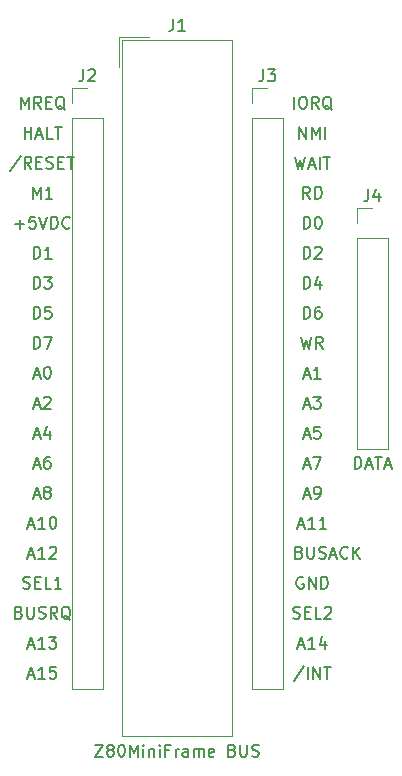
<source format=gbr>
%TF.GenerationSoftware,KiCad,Pcbnew,(5.1.6)-1*%
%TF.CreationDate,2020-08-11T03:39:42+02:00*%
%TF.ProjectId,Z80MiniFrameProtoConn,5a38304d-696e-4694-9672-616d6550726f,rev?*%
%TF.SameCoordinates,Original*%
%TF.FileFunction,Legend,Top*%
%TF.FilePolarity,Positive*%
%FSLAX46Y46*%
G04 Gerber Fmt 4.6, Leading zero omitted, Abs format (unit mm)*
G04 Created by KiCad (PCBNEW (5.1.6)-1) date 2020-08-11 03:39:42*
%MOMM*%
%LPD*%
G01*
G04 APERTURE LIST*
%ADD10C,0.150000*%
%ADD11C,0.120000*%
G04 APERTURE END LIST*
D10*
X122507619Y-112958571D02*
X122650476Y-113006190D01*
X122698095Y-113053809D01*
X122745714Y-113149047D01*
X122745714Y-113291904D01*
X122698095Y-113387142D01*
X122650476Y-113434761D01*
X122555238Y-113482380D01*
X122174285Y-113482380D01*
X122174285Y-112482380D01*
X122507619Y-112482380D01*
X122602857Y-112530000D01*
X122650476Y-112577619D01*
X122698095Y-112672857D01*
X122698095Y-112768095D01*
X122650476Y-112863333D01*
X122602857Y-112910952D01*
X122507619Y-112958571D01*
X122174285Y-112958571D01*
X123174285Y-112482380D02*
X123174285Y-113291904D01*
X123221904Y-113387142D01*
X123269523Y-113434761D01*
X123364761Y-113482380D01*
X123555238Y-113482380D01*
X123650476Y-113434761D01*
X123698095Y-113387142D01*
X123745714Y-113291904D01*
X123745714Y-112482380D01*
X124174285Y-113434761D02*
X124317142Y-113482380D01*
X124555238Y-113482380D01*
X124650476Y-113434761D01*
X124698095Y-113387142D01*
X124745714Y-113291904D01*
X124745714Y-113196666D01*
X124698095Y-113101428D01*
X124650476Y-113053809D01*
X124555238Y-113006190D01*
X124364761Y-112958571D01*
X124269523Y-112910952D01*
X124221904Y-112863333D01*
X124174285Y-112768095D01*
X124174285Y-112672857D01*
X124221904Y-112577619D01*
X124269523Y-112530000D01*
X124364761Y-112482380D01*
X124602857Y-112482380D01*
X124745714Y-112530000D01*
X125745714Y-113482380D02*
X125412380Y-113006190D01*
X125174285Y-113482380D02*
X125174285Y-112482380D01*
X125555238Y-112482380D01*
X125650476Y-112530000D01*
X125698095Y-112577619D01*
X125745714Y-112672857D01*
X125745714Y-112815714D01*
X125698095Y-112910952D01*
X125650476Y-112958571D01*
X125555238Y-113006190D01*
X125174285Y-113006190D01*
X126840952Y-113577619D02*
X126745714Y-113530000D01*
X126650476Y-113434761D01*
X126507619Y-113291904D01*
X126412380Y-113244285D01*
X126317142Y-113244285D01*
X126364761Y-113482380D02*
X126269523Y-113434761D01*
X126174285Y-113339523D01*
X126126666Y-113149047D01*
X126126666Y-112815714D01*
X126174285Y-112625238D01*
X126269523Y-112530000D01*
X126364761Y-112482380D01*
X126555238Y-112482380D01*
X126650476Y-112530000D01*
X126745714Y-112625238D01*
X126793333Y-112815714D01*
X126793333Y-113149047D01*
X126745714Y-113339523D01*
X126650476Y-113434761D01*
X126555238Y-113482380D01*
X126364761Y-113482380D01*
X123269523Y-115736666D02*
X123745714Y-115736666D01*
X123174285Y-116022380D02*
X123507619Y-115022380D01*
X123840952Y-116022380D01*
X124698095Y-116022380D02*
X124126666Y-116022380D01*
X124412380Y-116022380D02*
X124412380Y-115022380D01*
X124317142Y-115165238D01*
X124221904Y-115260476D01*
X124126666Y-115308095D01*
X125031428Y-115022380D02*
X125650476Y-115022380D01*
X125317142Y-115403333D01*
X125460000Y-115403333D01*
X125555238Y-115450952D01*
X125602857Y-115498571D01*
X125650476Y-115593809D01*
X125650476Y-115831904D01*
X125602857Y-115927142D01*
X125555238Y-115974761D01*
X125460000Y-116022380D01*
X125174285Y-116022380D01*
X125079047Y-115974761D01*
X125031428Y-115927142D01*
X123269523Y-118276666D02*
X123745714Y-118276666D01*
X123174285Y-118562380D02*
X123507619Y-117562380D01*
X123840952Y-118562380D01*
X124698095Y-118562380D02*
X124126666Y-118562380D01*
X124412380Y-118562380D02*
X124412380Y-117562380D01*
X124317142Y-117705238D01*
X124221904Y-117800476D01*
X124126666Y-117848095D01*
X125602857Y-117562380D02*
X125126666Y-117562380D01*
X125079047Y-118038571D01*
X125126666Y-117990952D01*
X125221904Y-117943333D01*
X125460000Y-117943333D01*
X125555238Y-117990952D01*
X125602857Y-118038571D01*
X125650476Y-118133809D01*
X125650476Y-118371904D01*
X125602857Y-118467142D01*
X125555238Y-118514761D01*
X125460000Y-118562380D01*
X125221904Y-118562380D01*
X125126666Y-118514761D01*
X125079047Y-118467142D01*
X146605714Y-117514761D02*
X145748571Y-118800476D01*
X146939047Y-118562380D02*
X146939047Y-117562380D01*
X147415238Y-118562380D02*
X147415238Y-117562380D01*
X147986666Y-118562380D01*
X147986666Y-117562380D01*
X148320000Y-117562380D02*
X148891428Y-117562380D01*
X148605714Y-118562380D02*
X148605714Y-117562380D01*
X146129523Y-115736666D02*
X146605714Y-115736666D01*
X146034285Y-116022380D02*
X146367619Y-115022380D01*
X146700952Y-116022380D01*
X147558095Y-116022380D02*
X146986666Y-116022380D01*
X147272380Y-116022380D02*
X147272380Y-115022380D01*
X147177142Y-115165238D01*
X147081904Y-115260476D01*
X146986666Y-115308095D01*
X148415238Y-115355714D02*
X148415238Y-116022380D01*
X148177142Y-114974761D02*
X147939047Y-115689047D01*
X148558095Y-115689047D01*
X145700952Y-113434761D02*
X145843809Y-113482380D01*
X146081904Y-113482380D01*
X146177142Y-113434761D01*
X146224761Y-113387142D01*
X146272380Y-113291904D01*
X146272380Y-113196666D01*
X146224761Y-113101428D01*
X146177142Y-113053809D01*
X146081904Y-113006190D01*
X145891428Y-112958571D01*
X145796190Y-112910952D01*
X145748571Y-112863333D01*
X145700952Y-112768095D01*
X145700952Y-112672857D01*
X145748571Y-112577619D01*
X145796190Y-112530000D01*
X145891428Y-112482380D01*
X146129523Y-112482380D01*
X146272380Y-112530000D01*
X146700952Y-112958571D02*
X147034285Y-112958571D01*
X147177142Y-113482380D02*
X146700952Y-113482380D01*
X146700952Y-112482380D01*
X147177142Y-112482380D01*
X148081904Y-113482380D02*
X147605714Y-113482380D01*
X147605714Y-112482380D01*
X148367619Y-112577619D02*
X148415238Y-112530000D01*
X148510476Y-112482380D01*
X148748571Y-112482380D01*
X148843809Y-112530000D01*
X148891428Y-112577619D01*
X148939047Y-112672857D01*
X148939047Y-112768095D01*
X148891428Y-112910952D01*
X148320000Y-113482380D01*
X148939047Y-113482380D01*
X122840952Y-110894761D02*
X122983809Y-110942380D01*
X123221904Y-110942380D01*
X123317142Y-110894761D01*
X123364761Y-110847142D01*
X123412380Y-110751904D01*
X123412380Y-110656666D01*
X123364761Y-110561428D01*
X123317142Y-110513809D01*
X123221904Y-110466190D01*
X123031428Y-110418571D01*
X122936190Y-110370952D01*
X122888571Y-110323333D01*
X122840952Y-110228095D01*
X122840952Y-110132857D01*
X122888571Y-110037619D01*
X122936190Y-109990000D01*
X123031428Y-109942380D01*
X123269523Y-109942380D01*
X123412380Y-109990000D01*
X123840952Y-110418571D02*
X124174285Y-110418571D01*
X124317142Y-110942380D02*
X123840952Y-110942380D01*
X123840952Y-109942380D01*
X124317142Y-109942380D01*
X125221904Y-110942380D02*
X124745714Y-110942380D01*
X124745714Y-109942380D01*
X126079047Y-110942380D02*
X125507619Y-110942380D01*
X125793333Y-110942380D02*
X125793333Y-109942380D01*
X125698095Y-110085238D01*
X125602857Y-110180476D01*
X125507619Y-110228095D01*
X146391428Y-89622380D02*
X146629523Y-90622380D01*
X146820000Y-89908095D01*
X147010476Y-90622380D01*
X147248571Y-89622380D01*
X148200952Y-90622380D02*
X147867619Y-90146190D01*
X147629523Y-90622380D02*
X147629523Y-89622380D01*
X148010476Y-89622380D01*
X148105714Y-89670000D01*
X148153333Y-89717619D01*
X148200952Y-89812857D01*
X148200952Y-89955714D01*
X148153333Y-90050952D01*
X148105714Y-90098571D01*
X148010476Y-90146190D01*
X147629523Y-90146190D01*
X146605714Y-92876666D02*
X147081904Y-92876666D01*
X146510476Y-93162380D02*
X146843809Y-92162380D01*
X147177142Y-93162380D01*
X148034285Y-93162380D02*
X147462857Y-93162380D01*
X147748571Y-93162380D02*
X147748571Y-92162380D01*
X147653333Y-92305238D01*
X147558095Y-92400476D01*
X147462857Y-92448095D01*
X146605714Y-95416666D02*
X147081904Y-95416666D01*
X146510476Y-95702380D02*
X146843809Y-94702380D01*
X147177142Y-95702380D01*
X147415238Y-94702380D02*
X148034285Y-94702380D01*
X147700952Y-95083333D01*
X147843809Y-95083333D01*
X147939047Y-95130952D01*
X147986666Y-95178571D01*
X148034285Y-95273809D01*
X148034285Y-95511904D01*
X147986666Y-95607142D01*
X147939047Y-95654761D01*
X147843809Y-95702380D01*
X147558095Y-95702380D01*
X147462857Y-95654761D01*
X147415238Y-95607142D01*
X146605714Y-97956666D02*
X147081904Y-97956666D01*
X146510476Y-98242380D02*
X146843809Y-97242380D01*
X147177142Y-98242380D01*
X147986666Y-97242380D02*
X147510476Y-97242380D01*
X147462857Y-97718571D01*
X147510476Y-97670952D01*
X147605714Y-97623333D01*
X147843809Y-97623333D01*
X147939047Y-97670952D01*
X147986666Y-97718571D01*
X148034285Y-97813809D01*
X148034285Y-98051904D01*
X147986666Y-98147142D01*
X147939047Y-98194761D01*
X147843809Y-98242380D01*
X147605714Y-98242380D01*
X147510476Y-98194761D01*
X147462857Y-98147142D01*
X146605714Y-100496666D02*
X147081904Y-100496666D01*
X146510476Y-100782380D02*
X146843809Y-99782380D01*
X147177142Y-100782380D01*
X147415238Y-99782380D02*
X148081904Y-99782380D01*
X147653333Y-100782380D01*
X146605714Y-103036666D02*
X147081904Y-103036666D01*
X146510476Y-103322380D02*
X146843809Y-102322380D01*
X147177142Y-103322380D01*
X147558095Y-103322380D02*
X147748571Y-103322380D01*
X147843809Y-103274761D01*
X147891428Y-103227142D01*
X147986666Y-103084285D01*
X148034285Y-102893809D01*
X148034285Y-102512857D01*
X147986666Y-102417619D01*
X147939047Y-102370000D01*
X147843809Y-102322380D01*
X147653333Y-102322380D01*
X147558095Y-102370000D01*
X147510476Y-102417619D01*
X147462857Y-102512857D01*
X147462857Y-102750952D01*
X147510476Y-102846190D01*
X147558095Y-102893809D01*
X147653333Y-102941428D01*
X147843809Y-102941428D01*
X147939047Y-102893809D01*
X147986666Y-102846190D01*
X148034285Y-102750952D01*
X146129523Y-105576666D02*
X146605714Y-105576666D01*
X146034285Y-105862380D02*
X146367619Y-104862380D01*
X146700952Y-105862380D01*
X147558095Y-105862380D02*
X146986666Y-105862380D01*
X147272380Y-105862380D02*
X147272380Y-104862380D01*
X147177142Y-105005238D01*
X147081904Y-105100476D01*
X146986666Y-105148095D01*
X148510476Y-105862380D02*
X147939047Y-105862380D01*
X148224761Y-105862380D02*
X148224761Y-104862380D01*
X148129523Y-105005238D01*
X148034285Y-105100476D01*
X147939047Y-105148095D01*
X146232857Y-107878571D02*
X146375714Y-107926190D01*
X146423333Y-107973809D01*
X146470952Y-108069047D01*
X146470952Y-108211904D01*
X146423333Y-108307142D01*
X146375714Y-108354761D01*
X146280476Y-108402380D01*
X145899523Y-108402380D01*
X145899523Y-107402380D01*
X146232857Y-107402380D01*
X146328095Y-107450000D01*
X146375714Y-107497619D01*
X146423333Y-107592857D01*
X146423333Y-107688095D01*
X146375714Y-107783333D01*
X146328095Y-107830952D01*
X146232857Y-107878571D01*
X145899523Y-107878571D01*
X146899523Y-107402380D02*
X146899523Y-108211904D01*
X146947142Y-108307142D01*
X146994761Y-108354761D01*
X147090000Y-108402380D01*
X147280476Y-108402380D01*
X147375714Y-108354761D01*
X147423333Y-108307142D01*
X147470952Y-108211904D01*
X147470952Y-107402380D01*
X147899523Y-108354761D02*
X148042380Y-108402380D01*
X148280476Y-108402380D01*
X148375714Y-108354761D01*
X148423333Y-108307142D01*
X148470952Y-108211904D01*
X148470952Y-108116666D01*
X148423333Y-108021428D01*
X148375714Y-107973809D01*
X148280476Y-107926190D01*
X148090000Y-107878571D01*
X147994761Y-107830952D01*
X147947142Y-107783333D01*
X147899523Y-107688095D01*
X147899523Y-107592857D01*
X147947142Y-107497619D01*
X147994761Y-107450000D01*
X148090000Y-107402380D01*
X148328095Y-107402380D01*
X148470952Y-107450000D01*
X148851904Y-108116666D02*
X149328095Y-108116666D01*
X148756666Y-108402380D02*
X149090000Y-107402380D01*
X149423333Y-108402380D01*
X150328095Y-108307142D02*
X150280476Y-108354761D01*
X150137619Y-108402380D01*
X150042380Y-108402380D01*
X149899523Y-108354761D01*
X149804285Y-108259523D01*
X149756666Y-108164285D01*
X149709047Y-107973809D01*
X149709047Y-107830952D01*
X149756666Y-107640476D01*
X149804285Y-107545238D01*
X149899523Y-107450000D01*
X150042380Y-107402380D01*
X150137619Y-107402380D01*
X150280476Y-107450000D01*
X150328095Y-107497619D01*
X150756666Y-108402380D02*
X150756666Y-107402380D01*
X151328095Y-108402380D02*
X150899523Y-107830952D01*
X151328095Y-107402380D02*
X150756666Y-107973809D01*
X123269523Y-108116666D02*
X123745714Y-108116666D01*
X123174285Y-108402380D02*
X123507619Y-107402380D01*
X123840952Y-108402380D01*
X124698095Y-108402380D02*
X124126666Y-108402380D01*
X124412380Y-108402380D02*
X124412380Y-107402380D01*
X124317142Y-107545238D01*
X124221904Y-107640476D01*
X124126666Y-107688095D01*
X125079047Y-107497619D02*
X125126666Y-107450000D01*
X125221904Y-107402380D01*
X125460000Y-107402380D01*
X125555238Y-107450000D01*
X125602857Y-107497619D01*
X125650476Y-107592857D01*
X125650476Y-107688095D01*
X125602857Y-107830952D01*
X125031428Y-108402380D01*
X125650476Y-108402380D01*
X123269523Y-105576666D02*
X123745714Y-105576666D01*
X123174285Y-105862380D02*
X123507619Y-104862380D01*
X123840952Y-105862380D01*
X124698095Y-105862380D02*
X124126666Y-105862380D01*
X124412380Y-105862380D02*
X124412380Y-104862380D01*
X124317142Y-105005238D01*
X124221904Y-105100476D01*
X124126666Y-105148095D01*
X125317142Y-104862380D02*
X125412380Y-104862380D01*
X125507619Y-104910000D01*
X125555238Y-104957619D01*
X125602857Y-105052857D01*
X125650476Y-105243333D01*
X125650476Y-105481428D01*
X125602857Y-105671904D01*
X125555238Y-105767142D01*
X125507619Y-105814761D01*
X125412380Y-105862380D01*
X125317142Y-105862380D01*
X125221904Y-105814761D01*
X125174285Y-105767142D01*
X125126666Y-105671904D01*
X125079047Y-105481428D01*
X125079047Y-105243333D01*
X125126666Y-105052857D01*
X125174285Y-104957619D01*
X125221904Y-104910000D01*
X125317142Y-104862380D01*
X123745714Y-103036666D02*
X124221904Y-103036666D01*
X123650476Y-103322380D02*
X123983809Y-102322380D01*
X124317142Y-103322380D01*
X124793333Y-102750952D02*
X124698095Y-102703333D01*
X124650476Y-102655714D01*
X124602857Y-102560476D01*
X124602857Y-102512857D01*
X124650476Y-102417619D01*
X124698095Y-102370000D01*
X124793333Y-102322380D01*
X124983809Y-102322380D01*
X125079047Y-102370000D01*
X125126666Y-102417619D01*
X125174285Y-102512857D01*
X125174285Y-102560476D01*
X125126666Y-102655714D01*
X125079047Y-102703333D01*
X124983809Y-102750952D01*
X124793333Y-102750952D01*
X124698095Y-102798571D01*
X124650476Y-102846190D01*
X124602857Y-102941428D01*
X124602857Y-103131904D01*
X124650476Y-103227142D01*
X124698095Y-103274761D01*
X124793333Y-103322380D01*
X124983809Y-103322380D01*
X125079047Y-103274761D01*
X125126666Y-103227142D01*
X125174285Y-103131904D01*
X125174285Y-102941428D01*
X125126666Y-102846190D01*
X125079047Y-102798571D01*
X124983809Y-102750952D01*
X123745714Y-100496666D02*
X124221904Y-100496666D01*
X123650476Y-100782380D02*
X123983809Y-99782380D01*
X124317142Y-100782380D01*
X125079047Y-99782380D02*
X124888571Y-99782380D01*
X124793333Y-99830000D01*
X124745714Y-99877619D01*
X124650476Y-100020476D01*
X124602857Y-100210952D01*
X124602857Y-100591904D01*
X124650476Y-100687142D01*
X124698095Y-100734761D01*
X124793333Y-100782380D01*
X124983809Y-100782380D01*
X125079047Y-100734761D01*
X125126666Y-100687142D01*
X125174285Y-100591904D01*
X125174285Y-100353809D01*
X125126666Y-100258571D01*
X125079047Y-100210952D01*
X124983809Y-100163333D01*
X124793333Y-100163333D01*
X124698095Y-100210952D01*
X124650476Y-100258571D01*
X124602857Y-100353809D01*
X123745714Y-97956666D02*
X124221904Y-97956666D01*
X123650476Y-98242380D02*
X123983809Y-97242380D01*
X124317142Y-98242380D01*
X125079047Y-97575714D02*
X125079047Y-98242380D01*
X124840952Y-97194761D02*
X124602857Y-97909047D01*
X125221904Y-97909047D01*
X123745714Y-95416666D02*
X124221904Y-95416666D01*
X123650476Y-95702380D02*
X123983809Y-94702380D01*
X124317142Y-95702380D01*
X124602857Y-94797619D02*
X124650476Y-94750000D01*
X124745714Y-94702380D01*
X124983809Y-94702380D01*
X125079047Y-94750000D01*
X125126666Y-94797619D01*
X125174285Y-94892857D01*
X125174285Y-94988095D01*
X125126666Y-95130952D01*
X124555238Y-95702380D01*
X125174285Y-95702380D01*
X123745714Y-92876666D02*
X124221904Y-92876666D01*
X123650476Y-93162380D02*
X123983809Y-92162380D01*
X124317142Y-93162380D01*
X124840952Y-92162380D02*
X124936190Y-92162380D01*
X125031428Y-92210000D01*
X125079047Y-92257619D01*
X125126666Y-92352857D01*
X125174285Y-92543333D01*
X125174285Y-92781428D01*
X125126666Y-92971904D01*
X125079047Y-93067142D01*
X125031428Y-93114761D01*
X124936190Y-93162380D01*
X124840952Y-93162380D01*
X124745714Y-93114761D01*
X124698095Y-93067142D01*
X124650476Y-92971904D01*
X124602857Y-92781428D01*
X124602857Y-92543333D01*
X124650476Y-92352857D01*
X124698095Y-92257619D01*
X124745714Y-92210000D01*
X124840952Y-92162380D01*
X123650476Y-77922380D02*
X123650476Y-76922380D01*
X123983809Y-77636666D01*
X124317142Y-76922380D01*
X124317142Y-77922380D01*
X125317142Y-77922380D02*
X124745714Y-77922380D01*
X125031428Y-77922380D02*
X125031428Y-76922380D01*
X124936190Y-77065238D01*
X124840952Y-77160476D01*
X124745714Y-77208095D01*
X122626666Y-74334761D02*
X121769523Y-75620476D01*
X123531428Y-75382380D02*
X123198095Y-74906190D01*
X122960000Y-75382380D02*
X122960000Y-74382380D01*
X123340952Y-74382380D01*
X123436190Y-74430000D01*
X123483809Y-74477619D01*
X123531428Y-74572857D01*
X123531428Y-74715714D01*
X123483809Y-74810952D01*
X123436190Y-74858571D01*
X123340952Y-74906190D01*
X122960000Y-74906190D01*
X123960000Y-74858571D02*
X124293333Y-74858571D01*
X124436190Y-75382380D02*
X123960000Y-75382380D01*
X123960000Y-74382380D01*
X124436190Y-74382380D01*
X124817142Y-75334761D02*
X124960000Y-75382380D01*
X125198095Y-75382380D01*
X125293333Y-75334761D01*
X125340952Y-75287142D01*
X125388571Y-75191904D01*
X125388571Y-75096666D01*
X125340952Y-75001428D01*
X125293333Y-74953809D01*
X125198095Y-74906190D01*
X125007619Y-74858571D01*
X124912380Y-74810952D01*
X124864761Y-74763333D01*
X124817142Y-74668095D01*
X124817142Y-74572857D01*
X124864761Y-74477619D01*
X124912380Y-74430000D01*
X125007619Y-74382380D01*
X125245714Y-74382380D01*
X125388571Y-74430000D01*
X125817142Y-74858571D02*
X126150476Y-74858571D01*
X126293333Y-75382380D02*
X125817142Y-75382380D01*
X125817142Y-74382380D01*
X126293333Y-74382380D01*
X126579047Y-74382380D02*
X127150476Y-74382380D01*
X126864761Y-75382380D02*
X126864761Y-74382380D01*
X122960000Y-72842380D02*
X122960000Y-71842380D01*
X122960000Y-72318571D02*
X123531428Y-72318571D01*
X123531428Y-72842380D02*
X123531428Y-71842380D01*
X123960000Y-72556666D02*
X124436190Y-72556666D01*
X123864761Y-72842380D02*
X124198095Y-71842380D01*
X124531428Y-72842380D01*
X125340952Y-72842380D02*
X124864761Y-72842380D01*
X124864761Y-71842380D01*
X125531428Y-71842380D02*
X126102857Y-71842380D01*
X125817142Y-72842380D02*
X125817142Y-71842380D01*
X122650476Y-70302380D02*
X122650476Y-69302380D01*
X122983809Y-70016666D01*
X123317142Y-69302380D01*
X123317142Y-70302380D01*
X124364761Y-70302380D02*
X124031428Y-69826190D01*
X123793333Y-70302380D02*
X123793333Y-69302380D01*
X124174285Y-69302380D01*
X124269523Y-69350000D01*
X124317142Y-69397619D01*
X124364761Y-69492857D01*
X124364761Y-69635714D01*
X124317142Y-69730952D01*
X124269523Y-69778571D01*
X124174285Y-69826190D01*
X123793333Y-69826190D01*
X124793333Y-69778571D02*
X125126666Y-69778571D01*
X125269523Y-70302380D02*
X124793333Y-70302380D01*
X124793333Y-69302380D01*
X125269523Y-69302380D01*
X126364761Y-70397619D02*
X126269523Y-70350000D01*
X126174285Y-70254761D01*
X126031428Y-70111904D01*
X125936190Y-70064285D01*
X125840952Y-70064285D01*
X125888571Y-70302380D02*
X125793333Y-70254761D01*
X125698095Y-70159523D01*
X125650476Y-69969047D01*
X125650476Y-69635714D01*
X125698095Y-69445238D01*
X125793333Y-69350000D01*
X125888571Y-69302380D01*
X126079047Y-69302380D01*
X126174285Y-69350000D01*
X126269523Y-69445238D01*
X126317142Y-69635714D01*
X126317142Y-69969047D01*
X126269523Y-70159523D01*
X126174285Y-70254761D01*
X126079047Y-70302380D01*
X125888571Y-70302380D01*
X123721904Y-90622380D02*
X123721904Y-89622380D01*
X123960000Y-89622380D01*
X124102857Y-89670000D01*
X124198095Y-89765238D01*
X124245714Y-89860476D01*
X124293333Y-90050952D01*
X124293333Y-90193809D01*
X124245714Y-90384285D01*
X124198095Y-90479523D01*
X124102857Y-90574761D01*
X123960000Y-90622380D01*
X123721904Y-90622380D01*
X124626666Y-89622380D02*
X125293333Y-89622380D01*
X124864761Y-90622380D01*
X123721904Y-88082380D02*
X123721904Y-87082380D01*
X123960000Y-87082380D01*
X124102857Y-87130000D01*
X124198095Y-87225238D01*
X124245714Y-87320476D01*
X124293333Y-87510952D01*
X124293333Y-87653809D01*
X124245714Y-87844285D01*
X124198095Y-87939523D01*
X124102857Y-88034761D01*
X123960000Y-88082380D01*
X123721904Y-88082380D01*
X125198095Y-87082380D02*
X124721904Y-87082380D01*
X124674285Y-87558571D01*
X124721904Y-87510952D01*
X124817142Y-87463333D01*
X125055238Y-87463333D01*
X125150476Y-87510952D01*
X125198095Y-87558571D01*
X125245714Y-87653809D01*
X125245714Y-87891904D01*
X125198095Y-87987142D01*
X125150476Y-88034761D01*
X125055238Y-88082380D01*
X124817142Y-88082380D01*
X124721904Y-88034761D01*
X124674285Y-87987142D01*
X123721904Y-85542380D02*
X123721904Y-84542380D01*
X123960000Y-84542380D01*
X124102857Y-84590000D01*
X124198095Y-84685238D01*
X124245714Y-84780476D01*
X124293333Y-84970952D01*
X124293333Y-85113809D01*
X124245714Y-85304285D01*
X124198095Y-85399523D01*
X124102857Y-85494761D01*
X123960000Y-85542380D01*
X123721904Y-85542380D01*
X124626666Y-84542380D02*
X125245714Y-84542380D01*
X124912380Y-84923333D01*
X125055238Y-84923333D01*
X125150476Y-84970952D01*
X125198095Y-85018571D01*
X125245714Y-85113809D01*
X125245714Y-85351904D01*
X125198095Y-85447142D01*
X125150476Y-85494761D01*
X125055238Y-85542380D01*
X124769523Y-85542380D01*
X124674285Y-85494761D01*
X124626666Y-85447142D01*
X123721904Y-83002380D02*
X123721904Y-82002380D01*
X123960000Y-82002380D01*
X124102857Y-82050000D01*
X124198095Y-82145238D01*
X124245714Y-82240476D01*
X124293333Y-82430952D01*
X124293333Y-82573809D01*
X124245714Y-82764285D01*
X124198095Y-82859523D01*
X124102857Y-82954761D01*
X123960000Y-83002380D01*
X123721904Y-83002380D01*
X125245714Y-83002380D02*
X124674285Y-83002380D01*
X124960000Y-83002380D02*
X124960000Y-82002380D01*
X124864761Y-82145238D01*
X124769523Y-82240476D01*
X124674285Y-82288095D01*
X146558095Y-109990000D02*
X146462857Y-109942380D01*
X146320000Y-109942380D01*
X146177142Y-109990000D01*
X146081904Y-110085238D01*
X146034285Y-110180476D01*
X145986666Y-110370952D01*
X145986666Y-110513809D01*
X146034285Y-110704285D01*
X146081904Y-110799523D01*
X146177142Y-110894761D01*
X146320000Y-110942380D01*
X146415238Y-110942380D01*
X146558095Y-110894761D01*
X146605714Y-110847142D01*
X146605714Y-110513809D01*
X146415238Y-110513809D01*
X147034285Y-110942380D02*
X147034285Y-109942380D01*
X147605714Y-110942380D01*
X147605714Y-109942380D01*
X148081904Y-110942380D02*
X148081904Y-109942380D01*
X148320000Y-109942380D01*
X148462857Y-109990000D01*
X148558095Y-110085238D01*
X148605714Y-110180476D01*
X148653333Y-110370952D01*
X148653333Y-110513809D01*
X148605714Y-110704285D01*
X148558095Y-110799523D01*
X148462857Y-110894761D01*
X148320000Y-110942380D01*
X148081904Y-110942380D01*
X122174285Y-80081428D02*
X122936190Y-80081428D01*
X122555238Y-80462380D02*
X122555238Y-79700476D01*
X123888571Y-79462380D02*
X123412380Y-79462380D01*
X123364761Y-79938571D01*
X123412380Y-79890952D01*
X123507619Y-79843333D01*
X123745714Y-79843333D01*
X123840952Y-79890952D01*
X123888571Y-79938571D01*
X123936190Y-80033809D01*
X123936190Y-80271904D01*
X123888571Y-80367142D01*
X123840952Y-80414761D01*
X123745714Y-80462380D01*
X123507619Y-80462380D01*
X123412380Y-80414761D01*
X123364761Y-80367142D01*
X124221904Y-79462380D02*
X124555238Y-80462380D01*
X124888571Y-79462380D01*
X125221904Y-80462380D02*
X125221904Y-79462380D01*
X125460000Y-79462380D01*
X125602857Y-79510000D01*
X125698095Y-79605238D01*
X125745714Y-79700476D01*
X125793333Y-79890952D01*
X125793333Y-80033809D01*
X125745714Y-80224285D01*
X125698095Y-80319523D01*
X125602857Y-80414761D01*
X125460000Y-80462380D01*
X125221904Y-80462380D01*
X126793333Y-80367142D02*
X126745714Y-80414761D01*
X126602857Y-80462380D01*
X126507619Y-80462380D01*
X126364761Y-80414761D01*
X126269523Y-80319523D01*
X126221904Y-80224285D01*
X126174285Y-80033809D01*
X126174285Y-79890952D01*
X126221904Y-79700476D01*
X126269523Y-79605238D01*
X126364761Y-79510000D01*
X126507619Y-79462380D01*
X126602857Y-79462380D01*
X126745714Y-79510000D01*
X126793333Y-79557619D01*
X146581904Y-88082380D02*
X146581904Y-87082380D01*
X146820000Y-87082380D01*
X146962857Y-87130000D01*
X147058095Y-87225238D01*
X147105714Y-87320476D01*
X147153333Y-87510952D01*
X147153333Y-87653809D01*
X147105714Y-87844285D01*
X147058095Y-87939523D01*
X146962857Y-88034761D01*
X146820000Y-88082380D01*
X146581904Y-88082380D01*
X148010476Y-87082380D02*
X147820000Y-87082380D01*
X147724761Y-87130000D01*
X147677142Y-87177619D01*
X147581904Y-87320476D01*
X147534285Y-87510952D01*
X147534285Y-87891904D01*
X147581904Y-87987142D01*
X147629523Y-88034761D01*
X147724761Y-88082380D01*
X147915238Y-88082380D01*
X148010476Y-88034761D01*
X148058095Y-87987142D01*
X148105714Y-87891904D01*
X148105714Y-87653809D01*
X148058095Y-87558571D01*
X148010476Y-87510952D01*
X147915238Y-87463333D01*
X147724761Y-87463333D01*
X147629523Y-87510952D01*
X147581904Y-87558571D01*
X147534285Y-87653809D01*
X146581904Y-85542380D02*
X146581904Y-84542380D01*
X146820000Y-84542380D01*
X146962857Y-84590000D01*
X147058095Y-84685238D01*
X147105714Y-84780476D01*
X147153333Y-84970952D01*
X147153333Y-85113809D01*
X147105714Y-85304285D01*
X147058095Y-85399523D01*
X146962857Y-85494761D01*
X146820000Y-85542380D01*
X146581904Y-85542380D01*
X148010476Y-84875714D02*
X148010476Y-85542380D01*
X147772380Y-84494761D02*
X147534285Y-85209047D01*
X148153333Y-85209047D01*
X146581904Y-83002380D02*
X146581904Y-82002380D01*
X146820000Y-82002380D01*
X146962857Y-82050000D01*
X147058095Y-82145238D01*
X147105714Y-82240476D01*
X147153333Y-82430952D01*
X147153333Y-82573809D01*
X147105714Y-82764285D01*
X147058095Y-82859523D01*
X146962857Y-82954761D01*
X146820000Y-83002380D01*
X146581904Y-83002380D01*
X147534285Y-82097619D02*
X147581904Y-82050000D01*
X147677142Y-82002380D01*
X147915238Y-82002380D01*
X148010476Y-82050000D01*
X148058095Y-82097619D01*
X148105714Y-82192857D01*
X148105714Y-82288095D01*
X148058095Y-82430952D01*
X147486666Y-83002380D01*
X148105714Y-83002380D01*
X146581904Y-80462380D02*
X146581904Y-79462380D01*
X146820000Y-79462380D01*
X146962857Y-79510000D01*
X147058095Y-79605238D01*
X147105714Y-79700476D01*
X147153333Y-79890952D01*
X147153333Y-80033809D01*
X147105714Y-80224285D01*
X147058095Y-80319523D01*
X146962857Y-80414761D01*
X146820000Y-80462380D01*
X146581904Y-80462380D01*
X147772380Y-79462380D02*
X147867619Y-79462380D01*
X147962857Y-79510000D01*
X148010476Y-79557619D01*
X148058095Y-79652857D01*
X148105714Y-79843333D01*
X148105714Y-80081428D01*
X148058095Y-80271904D01*
X148010476Y-80367142D01*
X147962857Y-80414761D01*
X147867619Y-80462380D01*
X147772380Y-80462380D01*
X147677142Y-80414761D01*
X147629523Y-80367142D01*
X147581904Y-80271904D01*
X147534285Y-80081428D01*
X147534285Y-79843333D01*
X147581904Y-79652857D01*
X147629523Y-79557619D01*
X147677142Y-79510000D01*
X147772380Y-79462380D01*
X147129523Y-77922380D02*
X146796190Y-77446190D01*
X146558095Y-77922380D02*
X146558095Y-76922380D01*
X146939047Y-76922380D01*
X147034285Y-76970000D01*
X147081904Y-77017619D01*
X147129523Y-77112857D01*
X147129523Y-77255714D01*
X147081904Y-77350952D01*
X147034285Y-77398571D01*
X146939047Y-77446190D01*
X146558095Y-77446190D01*
X147558095Y-77922380D02*
X147558095Y-76922380D01*
X147796190Y-76922380D01*
X147939047Y-76970000D01*
X148034285Y-77065238D01*
X148081904Y-77160476D01*
X148129523Y-77350952D01*
X148129523Y-77493809D01*
X148081904Y-77684285D01*
X148034285Y-77779523D01*
X147939047Y-77874761D01*
X147796190Y-77922380D01*
X147558095Y-77922380D01*
X145843809Y-74382380D02*
X146081904Y-75382380D01*
X146272380Y-74668095D01*
X146462857Y-75382380D01*
X146700952Y-74382380D01*
X147034285Y-75096666D02*
X147510476Y-75096666D01*
X146939047Y-75382380D02*
X147272380Y-74382380D01*
X147605714Y-75382380D01*
X147939047Y-75382380D02*
X147939047Y-74382380D01*
X148272380Y-74382380D02*
X148843809Y-74382380D01*
X148558095Y-75382380D02*
X148558095Y-74382380D01*
X146224761Y-72842380D02*
X146224761Y-71842380D01*
X146796190Y-72842380D01*
X146796190Y-71842380D01*
X147272380Y-72842380D02*
X147272380Y-71842380D01*
X147605714Y-72556666D01*
X147939047Y-71842380D01*
X147939047Y-72842380D01*
X148415238Y-72842380D02*
X148415238Y-71842380D01*
X145772380Y-70302380D02*
X145772380Y-69302380D01*
X146439047Y-69302380D02*
X146629523Y-69302380D01*
X146724761Y-69350000D01*
X146820000Y-69445238D01*
X146867619Y-69635714D01*
X146867619Y-69969047D01*
X146820000Y-70159523D01*
X146724761Y-70254761D01*
X146629523Y-70302380D01*
X146439047Y-70302380D01*
X146343809Y-70254761D01*
X146248571Y-70159523D01*
X146200952Y-69969047D01*
X146200952Y-69635714D01*
X146248571Y-69445238D01*
X146343809Y-69350000D01*
X146439047Y-69302380D01*
X147867619Y-70302380D02*
X147534285Y-69826190D01*
X147296190Y-70302380D02*
X147296190Y-69302380D01*
X147677142Y-69302380D01*
X147772380Y-69350000D01*
X147820000Y-69397619D01*
X147867619Y-69492857D01*
X147867619Y-69635714D01*
X147820000Y-69730952D01*
X147772380Y-69778571D01*
X147677142Y-69826190D01*
X147296190Y-69826190D01*
X148962857Y-70397619D02*
X148867619Y-70350000D01*
X148772380Y-70254761D01*
X148629523Y-70111904D01*
X148534285Y-70064285D01*
X148439047Y-70064285D01*
X148486666Y-70302380D02*
X148391428Y-70254761D01*
X148296190Y-70159523D01*
X148248571Y-69969047D01*
X148248571Y-69635714D01*
X148296190Y-69445238D01*
X148391428Y-69350000D01*
X148486666Y-69302380D01*
X148677142Y-69302380D01*
X148772380Y-69350000D01*
X148867619Y-69445238D01*
X148915238Y-69635714D01*
X148915238Y-69969047D01*
X148867619Y-70159523D01*
X148772380Y-70254761D01*
X148677142Y-70302380D01*
X148486666Y-70302380D01*
D11*
%TO.C,J4*%
X151070000Y-99120000D02*
X153730000Y-99120000D01*
X151070000Y-81280000D02*
X151070000Y-99120000D01*
X153730000Y-81280000D02*
X153730000Y-99120000D01*
X151070000Y-81280000D02*
X153730000Y-81280000D01*
X151070000Y-80010000D02*
X151070000Y-78680000D01*
X151070000Y-78680000D02*
X152400000Y-78680000D01*
%TO.C,J3*%
X142180000Y-119440000D02*
X144840000Y-119440000D01*
X142180000Y-71120000D02*
X142180000Y-119440000D01*
X144840000Y-71120000D02*
X144840000Y-119440000D01*
X142180000Y-71120000D02*
X144840000Y-71120000D01*
X142180000Y-69850000D02*
X142180000Y-68520000D01*
X142180000Y-68520000D02*
X143510000Y-68520000D01*
%TO.C,J2*%
X126940000Y-119440000D02*
X129600000Y-119440000D01*
X126940000Y-71120000D02*
X126940000Y-119440000D01*
X129600000Y-71120000D02*
X129600000Y-119440000D01*
X126940000Y-71120000D02*
X129600000Y-71120000D01*
X126940000Y-69850000D02*
X126940000Y-68520000D01*
X126940000Y-68520000D02*
X128270000Y-68520000D01*
%TO.C,J1*%
X140565000Y-64500000D02*
X140565000Y-123460000D01*
X140565000Y-123460000D02*
X131215000Y-123460000D01*
X131215000Y-123460000D02*
X131215000Y-64500000D01*
X131215000Y-64500000D02*
X140565000Y-64500000D01*
X130965000Y-64250000D02*
X130965000Y-66790000D01*
X130965000Y-64250000D02*
X133505000Y-64250000D01*
%TO.C,J4*%
D10*
X152066666Y-77132380D02*
X152066666Y-77846666D01*
X152019047Y-77989523D01*
X151923809Y-78084761D01*
X151780952Y-78132380D01*
X151685714Y-78132380D01*
X152971428Y-77465714D02*
X152971428Y-78132380D01*
X152733333Y-77084761D02*
X152495238Y-77799047D01*
X153114285Y-77799047D01*
X150900000Y-100782380D02*
X150900000Y-99782380D01*
X151138095Y-99782380D01*
X151280952Y-99830000D01*
X151376190Y-99925238D01*
X151423809Y-100020476D01*
X151471428Y-100210952D01*
X151471428Y-100353809D01*
X151423809Y-100544285D01*
X151376190Y-100639523D01*
X151280952Y-100734761D01*
X151138095Y-100782380D01*
X150900000Y-100782380D01*
X151852380Y-100496666D02*
X152328571Y-100496666D01*
X151757142Y-100782380D02*
X152090476Y-99782380D01*
X152423809Y-100782380D01*
X152614285Y-99782380D02*
X153185714Y-99782380D01*
X152900000Y-100782380D02*
X152900000Y-99782380D01*
X153471428Y-100496666D02*
X153947619Y-100496666D01*
X153376190Y-100782380D02*
X153709523Y-99782380D01*
X154042857Y-100782380D01*
%TO.C,J3*%
X143176666Y-66972380D02*
X143176666Y-67686666D01*
X143129047Y-67829523D01*
X143033809Y-67924761D01*
X142890952Y-67972380D01*
X142795714Y-67972380D01*
X143557619Y-66972380D02*
X144176666Y-66972380D01*
X143843333Y-67353333D01*
X143986190Y-67353333D01*
X144081428Y-67400952D01*
X144129047Y-67448571D01*
X144176666Y-67543809D01*
X144176666Y-67781904D01*
X144129047Y-67877142D01*
X144081428Y-67924761D01*
X143986190Y-67972380D01*
X143700476Y-67972380D01*
X143605238Y-67924761D01*
X143557619Y-67877142D01*
%TO.C,J2*%
X127936666Y-66972380D02*
X127936666Y-67686666D01*
X127889047Y-67829523D01*
X127793809Y-67924761D01*
X127650952Y-67972380D01*
X127555714Y-67972380D01*
X128365238Y-67067619D02*
X128412857Y-67020000D01*
X128508095Y-66972380D01*
X128746190Y-66972380D01*
X128841428Y-67020000D01*
X128889047Y-67067619D01*
X128936666Y-67162857D01*
X128936666Y-67258095D01*
X128889047Y-67400952D01*
X128317619Y-67972380D01*
X128936666Y-67972380D01*
%TO.C,J1*%
X135556666Y-62698380D02*
X135556666Y-63412666D01*
X135509047Y-63555523D01*
X135413809Y-63650761D01*
X135270952Y-63698380D01*
X135175714Y-63698380D01*
X136556666Y-63698380D02*
X135985238Y-63698380D01*
X136270952Y-63698380D02*
X136270952Y-62698380D01*
X136175714Y-62841238D01*
X136080476Y-62936476D01*
X135985238Y-62984095D01*
X128937619Y-124166380D02*
X129604285Y-124166380D01*
X128937619Y-125166380D01*
X129604285Y-125166380D01*
X130128095Y-124594952D02*
X130032857Y-124547333D01*
X129985238Y-124499714D01*
X129937619Y-124404476D01*
X129937619Y-124356857D01*
X129985238Y-124261619D01*
X130032857Y-124214000D01*
X130128095Y-124166380D01*
X130318571Y-124166380D01*
X130413809Y-124214000D01*
X130461428Y-124261619D01*
X130509047Y-124356857D01*
X130509047Y-124404476D01*
X130461428Y-124499714D01*
X130413809Y-124547333D01*
X130318571Y-124594952D01*
X130128095Y-124594952D01*
X130032857Y-124642571D01*
X129985238Y-124690190D01*
X129937619Y-124785428D01*
X129937619Y-124975904D01*
X129985238Y-125071142D01*
X130032857Y-125118761D01*
X130128095Y-125166380D01*
X130318571Y-125166380D01*
X130413809Y-125118761D01*
X130461428Y-125071142D01*
X130509047Y-124975904D01*
X130509047Y-124785428D01*
X130461428Y-124690190D01*
X130413809Y-124642571D01*
X130318571Y-124594952D01*
X131128095Y-124166380D02*
X131223333Y-124166380D01*
X131318571Y-124214000D01*
X131366190Y-124261619D01*
X131413809Y-124356857D01*
X131461428Y-124547333D01*
X131461428Y-124785428D01*
X131413809Y-124975904D01*
X131366190Y-125071142D01*
X131318571Y-125118761D01*
X131223333Y-125166380D01*
X131128095Y-125166380D01*
X131032857Y-125118761D01*
X130985238Y-125071142D01*
X130937619Y-124975904D01*
X130890000Y-124785428D01*
X130890000Y-124547333D01*
X130937619Y-124356857D01*
X130985238Y-124261619D01*
X131032857Y-124214000D01*
X131128095Y-124166380D01*
X131890000Y-125166380D02*
X131890000Y-124166380D01*
X132223333Y-124880666D01*
X132556666Y-124166380D01*
X132556666Y-125166380D01*
X133032857Y-125166380D02*
X133032857Y-124499714D01*
X133032857Y-124166380D02*
X132985238Y-124214000D01*
X133032857Y-124261619D01*
X133080476Y-124214000D01*
X133032857Y-124166380D01*
X133032857Y-124261619D01*
X133509047Y-124499714D02*
X133509047Y-125166380D01*
X133509047Y-124594952D02*
X133556666Y-124547333D01*
X133651904Y-124499714D01*
X133794761Y-124499714D01*
X133890000Y-124547333D01*
X133937619Y-124642571D01*
X133937619Y-125166380D01*
X134413809Y-125166380D02*
X134413809Y-124499714D01*
X134413809Y-124166380D02*
X134366190Y-124214000D01*
X134413809Y-124261619D01*
X134461428Y-124214000D01*
X134413809Y-124166380D01*
X134413809Y-124261619D01*
X135223333Y-124642571D02*
X134890000Y-124642571D01*
X134890000Y-125166380D02*
X134890000Y-124166380D01*
X135366190Y-124166380D01*
X135747142Y-125166380D02*
X135747142Y-124499714D01*
X135747142Y-124690190D02*
X135794761Y-124594952D01*
X135842380Y-124547333D01*
X135937619Y-124499714D01*
X136032857Y-124499714D01*
X136794761Y-125166380D02*
X136794761Y-124642571D01*
X136747142Y-124547333D01*
X136651904Y-124499714D01*
X136461428Y-124499714D01*
X136366190Y-124547333D01*
X136794761Y-125118761D02*
X136699523Y-125166380D01*
X136461428Y-125166380D01*
X136366190Y-125118761D01*
X136318571Y-125023523D01*
X136318571Y-124928285D01*
X136366190Y-124833047D01*
X136461428Y-124785428D01*
X136699523Y-124785428D01*
X136794761Y-124737809D01*
X137270952Y-125166380D02*
X137270952Y-124499714D01*
X137270952Y-124594952D02*
X137318571Y-124547333D01*
X137413809Y-124499714D01*
X137556666Y-124499714D01*
X137651904Y-124547333D01*
X137699523Y-124642571D01*
X137699523Y-125166380D01*
X137699523Y-124642571D02*
X137747142Y-124547333D01*
X137842380Y-124499714D01*
X137985238Y-124499714D01*
X138080476Y-124547333D01*
X138128095Y-124642571D01*
X138128095Y-125166380D01*
X138985238Y-125118761D02*
X138890000Y-125166380D01*
X138699523Y-125166380D01*
X138604285Y-125118761D01*
X138556666Y-125023523D01*
X138556666Y-124642571D01*
X138604285Y-124547333D01*
X138699523Y-124499714D01*
X138890000Y-124499714D01*
X138985238Y-124547333D01*
X139032857Y-124642571D01*
X139032857Y-124737809D01*
X138556666Y-124833047D01*
X140556666Y-124642571D02*
X140699523Y-124690190D01*
X140747142Y-124737809D01*
X140794761Y-124833047D01*
X140794761Y-124975904D01*
X140747142Y-125071142D01*
X140699523Y-125118761D01*
X140604285Y-125166380D01*
X140223333Y-125166380D01*
X140223333Y-124166380D01*
X140556666Y-124166380D01*
X140651904Y-124214000D01*
X140699523Y-124261619D01*
X140747142Y-124356857D01*
X140747142Y-124452095D01*
X140699523Y-124547333D01*
X140651904Y-124594952D01*
X140556666Y-124642571D01*
X140223333Y-124642571D01*
X141223333Y-124166380D02*
X141223333Y-124975904D01*
X141270952Y-125071142D01*
X141318571Y-125118761D01*
X141413809Y-125166380D01*
X141604285Y-125166380D01*
X141699523Y-125118761D01*
X141747142Y-125071142D01*
X141794761Y-124975904D01*
X141794761Y-124166380D01*
X142223333Y-125118761D02*
X142366190Y-125166380D01*
X142604285Y-125166380D01*
X142699523Y-125118761D01*
X142747142Y-125071142D01*
X142794761Y-124975904D01*
X142794761Y-124880666D01*
X142747142Y-124785428D01*
X142699523Y-124737809D01*
X142604285Y-124690190D01*
X142413809Y-124642571D01*
X142318571Y-124594952D01*
X142270952Y-124547333D01*
X142223333Y-124452095D01*
X142223333Y-124356857D01*
X142270952Y-124261619D01*
X142318571Y-124214000D01*
X142413809Y-124166380D01*
X142651904Y-124166380D01*
X142794761Y-124214000D01*
%TD*%
M02*

</source>
